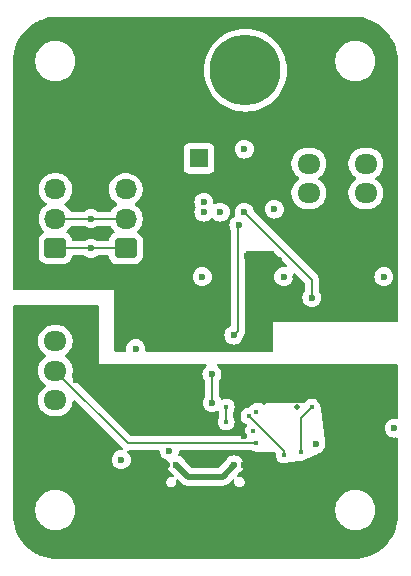
<source format=gbr>
%TF.GenerationSoftware,KiCad,Pcbnew,8.0.9-8.0.9-0~ubuntu22.04.1*%
%TF.CreationDate,2025-08-01T23:19:18+09:00*%
%TF.ProjectId,USB2DXL,55534232-4458-44c2-9e6b-696361645f70,rev?*%
%TF.SameCoordinates,Original*%
%TF.FileFunction,Copper,L4,Bot*%
%TF.FilePolarity,Positive*%
%FSLAX46Y46*%
G04 Gerber Fmt 4.6, Leading zero omitted, Abs format (unit mm)*
G04 Created by KiCad (PCBNEW 8.0.9-8.0.9-0~ubuntu22.04.1) date 2025-08-01 23:19:18*
%MOMM*%
%LPD*%
G01*
G04 APERTURE LIST*
G04 Aperture macros list*
%AMRoundRect*
0 Rectangle with rounded corners*
0 $1 Rounding radius*
0 $2 $3 $4 $5 $6 $7 $8 $9 X,Y pos of 4 corners*
0 Add a 4 corners polygon primitive as box body*
4,1,4,$2,$3,$4,$5,$6,$7,$8,$9,$2,$3,0*
0 Add four circle primitives for the rounded corners*
1,1,$1+$1,$2,$3*
1,1,$1+$1,$4,$5*
1,1,$1+$1,$6,$7*
1,1,$1+$1,$8,$9*
0 Add four rect primitives between the rounded corners*
20,1,$1+$1,$2,$3,$4,$5,0*
20,1,$1+$1,$4,$5,$6,$7,0*
20,1,$1+$1,$6,$7,$8,$9,0*
20,1,$1+$1,$8,$9,$2,$3,0*%
G04 Aperture macros list end*
%TA.AperFunction,ComponentPad*%
%ADD10RoundRect,0.250000X0.675000X-0.600000X0.675000X0.600000X-0.675000X0.600000X-0.675000X-0.600000X0*%
%TD*%
%TA.AperFunction,ComponentPad*%
%ADD11O,1.850000X1.700000*%
%TD*%
%TA.AperFunction,ComponentPad*%
%ADD12RoundRect,0.250000X0.725000X-0.600000X0.725000X0.600000X-0.725000X0.600000X-0.725000X-0.600000X0*%
%TD*%
%TA.AperFunction,ComponentPad*%
%ADD13O,1.950000X1.700000*%
%TD*%
%TA.AperFunction,HeatsinkPad*%
%ADD14O,1.000000X2.100000*%
%TD*%
%TA.AperFunction,HeatsinkPad*%
%ADD15O,1.000000X1.600000*%
%TD*%
%TA.AperFunction,ComponentPad*%
%ADD16R,1.600000X1.600000*%
%TD*%
%TA.AperFunction,ComponentPad*%
%ADD17C,1.600000*%
%TD*%
%TA.AperFunction,ComponentPad*%
%ADD18RoundRect,1.500000X-1.500000X-1.500000X1.500000X-1.500000X1.500000X1.500000X-1.500000X1.500000X0*%
%TD*%
%TA.AperFunction,ComponentPad*%
%ADD19C,6.000000*%
%TD*%
%TA.AperFunction,ViaPad*%
%ADD20C,0.500000*%
%TD*%
%TA.AperFunction,ViaPad*%
%ADD21C,0.600000*%
%TD*%
%TA.AperFunction,ViaPad*%
%ADD22C,0.400000*%
%TD*%
%TA.AperFunction,Conductor*%
%ADD23C,0.200000*%
%TD*%
%TA.AperFunction,Conductor*%
%ADD24C,0.500000*%
%TD*%
G04 APERTURE END LIST*
D10*
%TO.P,J7,1,Pin_1*%
%TO.N,/DATA-*%
X108839000Y-79856000D03*
D11*
%TO.P,J7,2,Pin_2*%
%TO.N,/DATA+*%
X108839000Y-77356000D03*
%TO.P,J7,3,Pin_3*%
%TO.N,+12V*%
X108839000Y-74856000D03*
%TO.P,J7,4,Pin_4*%
%TO.N,GNDPWR*%
X108839000Y-72356000D03*
%TD*%
D12*
%TO.P,J4,1,Pin_1*%
%TO.N,GND*%
X102870000Y-95209000D03*
D13*
%TO.P,J4,2,Pin_2*%
%TO.N,+5V*%
X102870000Y-92709000D03*
%TO.P,J4,3,Pin_3*%
%TO.N,/TX_pin*%
X102870000Y-90209000D03*
%TO.P,J4,4,Pin_4*%
%TO.N,/RXD*%
X102870000Y-87709000D03*
%TD*%
D14*
%TO.P,J2,S1,SHIELD*%
%TO.N,GND*%
X111250000Y-99105000D03*
D15*
X111250000Y-103285000D03*
D14*
X119890000Y-99105000D03*
D15*
X119890000Y-103285000D03*
%TD*%
D13*
%TO.P,J3,3,Pin_3*%
%TO.N,/DATA*%
X124333000Y-72683000D03*
%TO.P,J3,2,Pin_2*%
%TO.N,+12V*%
X124333000Y-75183000D03*
D12*
%TO.P,J3,1,Pin_1*%
%TO.N,GNDPWR*%
X124333000Y-77683000D03*
%TD*%
D16*
%TO.P,C10,1*%
%TO.N,+12V*%
X115030000Y-72222000D03*
D17*
%TO.P,C10,2*%
%TO.N,GNDPWR*%
X113030000Y-72222000D03*
%TD*%
D10*
%TO.P,J6,1,Pin_1*%
%TO.N,/DATA-*%
X102870000Y-79849000D03*
D11*
%TO.P,J6,2,Pin_2*%
%TO.N,/DATA+*%
X102870000Y-77349000D03*
%TO.P,J6,3,Pin_3*%
%TO.N,+12V*%
X102870000Y-74849000D03*
%TO.P,J6,4,Pin_4*%
%TO.N,GNDPWR*%
X102870000Y-72349000D03*
%TD*%
D18*
%TO.P,J1,1,Pin_1*%
%TO.N,GNDPWR*%
X111760000Y-64770000D03*
D19*
%TO.P,J1,2,Pin_2*%
%TO.N,+12V*%
X118960000Y-64770000D03*
%TD*%
D12*
%TO.P,J5,1,Pin_1*%
%TO.N,GNDPWR*%
X129159000Y-77683000D03*
D13*
%TO.P,J5,2,Pin_2*%
%TO.N,+12V*%
X129159000Y-75183000D03*
%TO.P,J5,3,Pin_3*%
%TO.N,/DATA*%
X129159000Y-72683000D03*
%TD*%
D20*
%TO.N,GNDPWR*%
X123162000Y-82255000D03*
%TO.N,GND*%
X123317000Y-93304000D03*
X120523000Y-92824000D03*
D21*
%TO.N,+5VP*%
X118868000Y-71460000D03*
%TO.N,GNDPWR*%
X118999000Y-73873000D03*
%TO.N,+5VP*%
X121412000Y-76540000D03*
X116840000Y-76792000D03*
X122202000Y-82255000D03*
X130685000Y-82255000D03*
%TO.N,GNDPWR*%
X128016000Y-80985000D03*
X122301000Y-74635000D03*
X117348000Y-75651000D03*
X107823000Y-61046000D03*
X123190000Y-61300000D03*
X131064000Y-69174000D03*
X122809000Y-69047000D03*
X117348000Y-69047000D03*
X110744000Y-69047000D03*
X105283000Y-68793000D03*
X99949000Y-68793000D03*
X104775000Y-78572000D03*
X99949000Y-82763000D03*
X107061000Y-82890000D03*
X109728000Y-83017000D03*
X125755400Y-81569200D03*
X121793000Y-80858000D03*
X119126000Y-80477000D03*
X120904000Y-88224000D03*
X131572000Y-85684000D03*
X108077000Y-88224000D03*
%TO.N,GND*%
X115824000Y-95336000D03*
X118872000Y-95717000D03*
X131318000Y-101178000D03*
X115697000Y-101432000D03*
X125476000Y-101305000D03*
X125603000Y-105877000D03*
X115697000Y-105877000D03*
X131318000Y-96479000D03*
X126746000Y-95336000D03*
X125095000Y-90510000D03*
X131191000Y-91526000D03*
X106934000Y-90129000D03*
%TO.N,+5VP*%
X109672000Y-88351000D03*
%TO.N,Net-(U4-RO)*%
X117983000Y-87208000D03*
X118411000Y-77876000D03*
%TO.N,/TX*%
X118872000Y-76794000D03*
X124587000Y-84024000D03*
%TO.N,GND*%
X111125000Y-92542000D03*
X113030000Y-95336000D03*
X104648000Y-91018000D03*
X106934000Y-97495000D03*
X106934000Y-105877000D03*
X99949000Y-97368000D03*
X100076000Y-85557000D03*
X105410000Y-85557000D03*
X105410000Y-88097000D03*
X111252000Y-90256000D03*
X117475000Y-90383000D03*
%TO.N,+5V*%
X131572000Y-95082000D03*
X124921000Y-96418000D03*
D22*
X119888000Y-93685000D03*
X119634000Y-95336000D03*
%TO.N,/TX_pin*%
X119888000Y-96352000D03*
%TO.N,/TX_usb*%
X122221000Y-97368000D03*
%TO.N,/TXD*%
X124587000Y-93304000D03*
X123698000Y-97114000D03*
%TO.N,+5V*%
X117348000Y-94574000D03*
X117348000Y-93280000D03*
D21*
%TO.N,/TXNOW*%
X116138205Y-92922553D03*
X116128500Y-90494000D03*
%TO.N,+5V*%
X112522000Y-96987000D03*
X108458000Y-97749000D03*
%TO.N,/DATA-*%
X105918000Y-79849000D03*
%TO.N,/DATA+*%
X105918000Y-77349000D03*
%TO.N,GNDPWR*%
X113538000Y-82255000D03*
X115273500Y-79207000D03*
%TO.N,+5VP*%
X115316000Y-82255000D03*
%TO.N,GNDPWR*%
X112776000Y-75905000D03*
%TO.N,+12V*%
X115443000Y-76794000D03*
X115443000Y-75946000D03*
%TO.N,GND*%
X118820000Y-98190000D03*
X112320000Y-98190000D03*
%TO.N,+5V*%
X113120000Y-98190000D03*
X118020000Y-98190000D03*
D22*
%TO.N,/TX_usb*%
X119253000Y-94066000D03*
%TD*%
D23*
%TO.N,Net-(U4-RO)*%
X117983000Y-87208000D02*
X118364000Y-86827000D01*
X118364000Y-86827000D02*
X118364000Y-77923000D01*
X118364000Y-77923000D02*
X118411000Y-77876000D01*
%TO.N,/TX*%
X124587000Y-82509000D02*
X118872000Y-76794000D01*
X124587000Y-84024000D02*
X124587000Y-82509000D01*
%TO.N,/TX_pin*%
X119888000Y-96352000D02*
X109013000Y-96352000D01*
X109013000Y-96352000D02*
X102870000Y-90209000D01*
%TO.N,/TX_usb*%
X119253000Y-94066000D02*
X122221000Y-97034000D01*
X122221000Y-97034000D02*
X122221000Y-97368000D01*
%TO.N,/TXD*%
X123698000Y-94193000D02*
X124587000Y-93304000D01*
X123698000Y-97114000D02*
X123698000Y-94193000D01*
%TO.N,+5V*%
X117348000Y-93280000D02*
X117348000Y-94574000D01*
%TO.N,/TXNOW*%
X116138205Y-92922553D02*
X116138205Y-90503705D01*
X116138205Y-90503705D02*
X116128500Y-90494000D01*
%TO.N,/DATA-*%
X105918000Y-79849000D02*
X108832000Y-79849000D01*
%TO.N,/DATA+*%
X105918000Y-77349000D02*
X108832000Y-77349000D01*
%TO.N,/DATA-*%
X102870000Y-79849000D02*
X105918000Y-79849000D01*
X108832000Y-79849000D02*
X108839000Y-79856000D01*
%TO.N,/DATA+*%
X102870000Y-77349000D02*
X105918000Y-77349000D01*
X108832000Y-77349000D02*
X108839000Y-77356000D01*
D24*
%TO.N,+5V*%
X117023000Y-99187000D02*
X118020000Y-98190000D01*
X114117000Y-99187000D02*
X117023000Y-99187000D01*
X113120000Y-98190000D02*
X114117000Y-99187000D01*
%TD*%
%TA.AperFunction,Conductor*%
%TO.N,GND*%
G36*
X106496039Y-84687685D02*
G01*
X106541794Y-84740489D01*
X106553000Y-84792000D01*
X106553000Y-89621000D01*
X115582850Y-89621000D01*
X115649889Y-89640685D01*
X115695644Y-89693489D01*
X115705588Y-89762647D01*
X115676563Y-89826203D01*
X115648824Y-89849992D01*
X115639016Y-89856154D01*
X115626237Y-89864184D01*
X115498684Y-89991737D01*
X115402711Y-90144476D01*
X115343131Y-90314745D01*
X115343130Y-90314750D01*
X115322935Y-90493996D01*
X115322935Y-90494003D01*
X115343130Y-90673249D01*
X115343131Y-90673254D01*
X115402711Y-90843523D01*
X115498684Y-90996262D01*
X115501386Y-90998964D01*
X115502573Y-91001139D01*
X115503025Y-91001705D01*
X115502925Y-91001784D01*
X115534871Y-91060287D01*
X115537705Y-91086645D01*
X115537705Y-92340140D01*
X115518020Y-92407179D01*
X115510655Y-92417449D01*
X115508391Y-92420287D01*
X115412416Y-92573029D01*
X115352836Y-92743298D01*
X115352835Y-92743303D01*
X115332640Y-92922549D01*
X115332640Y-92922556D01*
X115352835Y-93101802D01*
X115352836Y-93101807D01*
X115412416Y-93272076D01*
X115437465Y-93311941D01*
X115508389Y-93424815D01*
X115635943Y-93552369D01*
X115788683Y-93648342D01*
X115958950Y-93707921D01*
X115958955Y-93707922D01*
X116138201Y-93728118D01*
X116138205Y-93728118D01*
X116138209Y-93728118D01*
X116317454Y-93707922D01*
X116317457Y-93707921D01*
X116317460Y-93707921D01*
X116487727Y-93648342D01*
X116557528Y-93604482D01*
X116624764Y-93585483D01*
X116691600Y-93605851D01*
X116736814Y-93659118D01*
X116747500Y-93709477D01*
X116747500Y-94172199D01*
X116727815Y-94239238D01*
X116725551Y-94242638D01*
X116723182Y-94246069D01*
X116662860Y-94405125D01*
X116662859Y-94405130D01*
X116642355Y-94574000D01*
X116662859Y-94742869D01*
X116662860Y-94742874D01*
X116723182Y-94901931D01*
X116785475Y-94992177D01*
X116819817Y-95041929D01*
X116925505Y-95135560D01*
X116947150Y-95154736D01*
X117097773Y-95233789D01*
X117097775Y-95233790D01*
X117262944Y-95274500D01*
X117433056Y-95274500D01*
X117598225Y-95233790D01*
X117725234Y-95167130D01*
X117748849Y-95154736D01*
X117748850Y-95154734D01*
X117748852Y-95154734D01*
X117876183Y-95041929D01*
X117972818Y-94901930D01*
X118033140Y-94742872D01*
X118053645Y-94574000D01*
X118033140Y-94405128D01*
X117972818Y-94246070D01*
X117970448Y-94242637D01*
X117969489Y-94239727D01*
X117969331Y-94239426D01*
X117969381Y-94239399D01*
X117948567Y-94176283D01*
X117948500Y-94172199D01*
X117948500Y-93681800D01*
X117968185Y-93614761D01*
X117970429Y-93611389D01*
X117972818Y-93607930D01*
X118033140Y-93448872D01*
X118053645Y-93280000D01*
X118033140Y-93111128D01*
X118030536Y-93104263D01*
X118011231Y-93053358D01*
X117972818Y-92952070D01*
X117876183Y-92812071D01*
X117748852Y-92699266D01*
X117748849Y-92699263D01*
X117598226Y-92620210D01*
X117433056Y-92579500D01*
X117262944Y-92579500D01*
X117097774Y-92620209D01*
X117041428Y-92649783D01*
X116972920Y-92663508D01*
X116907867Y-92638015D01*
X116866923Y-92581399D01*
X116866831Y-92581141D01*
X116863994Y-92573031D01*
X116862938Y-92571351D01*
X116768018Y-92420287D01*
X116765755Y-92417449D01*
X116764864Y-92415268D01*
X116764316Y-92414395D01*
X116764469Y-92414298D01*
X116739349Y-92352762D01*
X116738705Y-92340140D01*
X116738705Y-91063196D01*
X116757711Y-90997224D01*
X116758314Y-90996263D01*
X116758316Y-90996262D01*
X116854289Y-90843522D01*
X116913868Y-90673255D01*
X116930545Y-90525243D01*
X116934065Y-90494003D01*
X116934065Y-90493996D01*
X116913869Y-90314750D01*
X116913868Y-90314745D01*
X116854288Y-90144476D01*
X116758315Y-89991737D01*
X116630762Y-89864184D01*
X116608177Y-89849992D01*
X116561887Y-89797660D01*
X116551238Y-89728606D01*
X116579613Y-89664758D01*
X116638003Y-89626386D01*
X116674150Y-89621000D01*
X131755500Y-89621000D01*
X131822539Y-89640685D01*
X131868294Y-89693489D01*
X131879500Y-89745000D01*
X131879500Y-94172325D01*
X131859815Y-94239364D01*
X131807011Y-94285119D01*
X131741617Y-94295545D01*
X131572004Y-94276435D01*
X131571996Y-94276435D01*
X131392750Y-94296630D01*
X131392745Y-94296631D01*
X131222476Y-94356211D01*
X131069737Y-94452184D01*
X130942184Y-94579737D01*
X130846211Y-94732476D01*
X130786631Y-94902745D01*
X130786630Y-94902750D01*
X130766435Y-95081996D01*
X130766435Y-95082003D01*
X130786630Y-95261249D01*
X130786631Y-95261254D01*
X130846211Y-95431523D01*
X130892298Y-95504869D01*
X130942184Y-95584262D01*
X131069738Y-95711816D01*
X131222478Y-95807789D01*
X131264500Y-95822493D01*
X131392745Y-95867368D01*
X131392750Y-95867369D01*
X131571996Y-95887565D01*
X131572000Y-95887565D01*
X131572003Y-95887565D01*
X131741616Y-95868454D01*
X131810438Y-95880508D01*
X131861818Y-95927857D01*
X131879500Y-95991674D01*
X131879500Y-102381947D01*
X131879351Y-102388032D01*
X131861502Y-102751335D01*
X131860309Y-102763444D01*
X131807388Y-103120217D01*
X131805014Y-103132153D01*
X131717373Y-103482035D01*
X131713840Y-103493680D01*
X131592335Y-103833262D01*
X131587679Y-103844504D01*
X131433462Y-104170570D01*
X131427725Y-104181302D01*
X131242303Y-104490659D01*
X131235543Y-104500777D01*
X131020678Y-104790488D01*
X131012958Y-104799894D01*
X130770743Y-105067138D01*
X130762138Y-105075743D01*
X130494894Y-105317958D01*
X130485488Y-105325678D01*
X130195777Y-105540543D01*
X130185659Y-105547303D01*
X129876302Y-105732725D01*
X129865570Y-105738462D01*
X129539504Y-105892679D01*
X129528262Y-105897335D01*
X129188680Y-106018840D01*
X129177035Y-106022373D01*
X128827153Y-106110014D01*
X128815217Y-106112388D01*
X128458444Y-106165309D01*
X128446335Y-106166502D01*
X128083033Y-106184351D01*
X128076948Y-106184500D01*
X103063052Y-106184500D01*
X103056967Y-106184351D01*
X102693664Y-106166502D01*
X102681555Y-106165309D01*
X102324782Y-106112388D01*
X102312846Y-106110014D01*
X101962964Y-106022373D01*
X101951323Y-106018841D01*
X101611734Y-105897334D01*
X101600495Y-105892679D01*
X101274429Y-105738462D01*
X101263702Y-105732727D01*
X100954340Y-105547303D01*
X100944222Y-105540543D01*
X100654511Y-105325678D01*
X100645105Y-105317958D01*
X100602479Y-105279324D01*
X100377853Y-105075735D01*
X100369264Y-105067146D01*
X100127041Y-104799894D01*
X100119321Y-104790488D01*
X99904456Y-104500777D01*
X99897696Y-104490659D01*
X99712267Y-104181290D01*
X99706543Y-104170582D01*
X99552317Y-103844497D01*
X99547669Y-103833275D01*
X99426154Y-103493663D01*
X99422629Y-103482046D01*
X99334982Y-103132140D01*
X99332613Y-103120230D01*
X99279689Y-102763440D01*
X99278497Y-102751334D01*
X99260649Y-102388031D01*
X99260500Y-102381947D01*
X99260500Y-101903549D01*
X101169500Y-101903549D01*
X101169500Y-102126450D01*
X101169501Y-102126466D01*
X101198594Y-102347452D01*
X101198595Y-102347457D01*
X101198596Y-102347463D01*
X101256290Y-102562780D01*
X101256293Y-102562790D01*
X101263091Y-102579201D01*
X101341595Y-102768726D01*
X101453052Y-102961774D01*
X101453057Y-102961780D01*
X101453058Y-102961782D01*
X101588751Y-103138622D01*
X101588757Y-103138629D01*
X101746370Y-103296242D01*
X101746377Y-103296248D01*
X101872294Y-103392867D01*
X101923226Y-103431948D01*
X102116274Y-103543405D01*
X102322219Y-103628710D01*
X102537537Y-103686404D01*
X102758543Y-103715500D01*
X102758550Y-103715500D01*
X102981450Y-103715500D01*
X102981457Y-103715500D01*
X103202463Y-103686404D01*
X103417781Y-103628710D01*
X103623726Y-103543405D01*
X103816774Y-103431948D01*
X103993624Y-103296247D01*
X104151247Y-103138624D01*
X104286948Y-102961774D01*
X104398405Y-102768726D01*
X104483710Y-102562781D01*
X104541404Y-102347463D01*
X104570500Y-102126457D01*
X104570500Y-101903549D01*
X126569500Y-101903549D01*
X126569500Y-102126450D01*
X126569501Y-102126466D01*
X126598594Y-102347452D01*
X126598595Y-102347457D01*
X126598596Y-102347463D01*
X126656290Y-102562780D01*
X126656293Y-102562790D01*
X126663091Y-102579201D01*
X126741595Y-102768726D01*
X126853052Y-102961774D01*
X126853057Y-102961780D01*
X126853058Y-102961782D01*
X126988751Y-103138622D01*
X126988757Y-103138629D01*
X127146370Y-103296242D01*
X127146377Y-103296248D01*
X127272294Y-103392867D01*
X127323226Y-103431948D01*
X127516274Y-103543405D01*
X127722219Y-103628710D01*
X127937537Y-103686404D01*
X128158543Y-103715500D01*
X128158550Y-103715500D01*
X128381450Y-103715500D01*
X128381457Y-103715500D01*
X128602463Y-103686404D01*
X128817781Y-103628710D01*
X129023726Y-103543405D01*
X129216774Y-103431948D01*
X129393624Y-103296247D01*
X129551247Y-103138624D01*
X129686948Y-102961774D01*
X129798405Y-102768726D01*
X129883710Y-102562781D01*
X129941404Y-102347463D01*
X129970500Y-102126457D01*
X129970500Y-101903543D01*
X129941404Y-101682537D01*
X129883710Y-101467219D01*
X129798405Y-101261274D01*
X129686948Y-101068226D01*
X129551247Y-100891376D01*
X129551242Y-100891370D01*
X129393629Y-100733757D01*
X129393622Y-100733751D01*
X129216782Y-100598058D01*
X129216780Y-100598057D01*
X129216774Y-100598052D01*
X129023726Y-100486595D01*
X129023722Y-100486593D01*
X128817790Y-100401293D01*
X128817783Y-100401291D01*
X128817781Y-100401290D01*
X128602463Y-100343596D01*
X128602457Y-100343595D01*
X128602452Y-100343594D01*
X128381466Y-100314501D01*
X128381463Y-100314500D01*
X128381457Y-100314500D01*
X128158543Y-100314500D01*
X128158537Y-100314500D01*
X128158533Y-100314501D01*
X127937547Y-100343594D01*
X127937540Y-100343595D01*
X127937537Y-100343596D01*
X127722219Y-100401290D01*
X127722209Y-100401293D01*
X127516277Y-100486593D01*
X127516273Y-100486595D01*
X127323226Y-100598052D01*
X127323217Y-100598058D01*
X127146377Y-100733751D01*
X127146370Y-100733757D01*
X126988757Y-100891370D01*
X126988751Y-100891377D01*
X126853058Y-101068217D01*
X126853052Y-101068226D01*
X126741595Y-101261273D01*
X126741593Y-101261277D01*
X126656293Y-101467209D01*
X126656290Y-101467219D01*
X126598597Y-101682534D01*
X126598594Y-101682547D01*
X126569501Y-101903533D01*
X126569500Y-101903549D01*
X104570500Y-101903549D01*
X104570500Y-101903543D01*
X104541404Y-101682537D01*
X104483710Y-101467219D01*
X104398405Y-101261274D01*
X104286948Y-101068226D01*
X104151247Y-100891376D01*
X104151242Y-100891370D01*
X103993629Y-100733757D01*
X103993622Y-100733751D01*
X103816782Y-100598058D01*
X103816780Y-100598057D01*
X103816774Y-100598052D01*
X103623726Y-100486595D01*
X103623722Y-100486593D01*
X103417790Y-100401293D01*
X103417783Y-100401291D01*
X103417781Y-100401290D01*
X103202463Y-100343596D01*
X103202457Y-100343595D01*
X103202452Y-100343594D01*
X102981466Y-100314501D01*
X102981463Y-100314500D01*
X102981457Y-100314500D01*
X102758543Y-100314500D01*
X102758537Y-100314500D01*
X102758533Y-100314501D01*
X102537547Y-100343594D01*
X102537540Y-100343595D01*
X102537537Y-100343596D01*
X102322219Y-100401290D01*
X102322209Y-100401293D01*
X102116277Y-100486593D01*
X102116273Y-100486595D01*
X101923226Y-100598052D01*
X101923217Y-100598058D01*
X101746377Y-100733751D01*
X101746370Y-100733757D01*
X101588757Y-100891370D01*
X101588751Y-100891377D01*
X101453058Y-101068217D01*
X101453052Y-101068226D01*
X101341595Y-101261273D01*
X101341593Y-101261277D01*
X101256293Y-101467209D01*
X101256290Y-101467219D01*
X101198597Y-101682534D01*
X101198594Y-101682547D01*
X101169501Y-101903533D01*
X101169500Y-101903549D01*
X99260500Y-101903549D01*
X99260500Y-87602713D01*
X101394500Y-87602713D01*
X101394500Y-87815287D01*
X101427754Y-88025243D01*
X101492334Y-88224000D01*
X101493444Y-88227414D01*
X101589951Y-88416820D01*
X101714890Y-88588786D01*
X101865209Y-88739105D01*
X101865214Y-88739109D01*
X102029793Y-88858682D01*
X102072459Y-88914011D01*
X102078438Y-88983625D01*
X102045833Y-89045420D01*
X102029793Y-89059318D01*
X101865214Y-89178890D01*
X101865209Y-89178894D01*
X101714890Y-89329213D01*
X101589951Y-89501179D01*
X101493444Y-89690585D01*
X101427753Y-89892760D01*
X101394500Y-90102713D01*
X101394500Y-90315286D01*
X101422805Y-90494000D01*
X101427754Y-90525243D01*
X101475846Y-90673255D01*
X101493444Y-90727414D01*
X101589951Y-90916820D01*
X101714890Y-91088786D01*
X101865209Y-91239105D01*
X101865214Y-91239109D01*
X102029793Y-91358682D01*
X102072459Y-91414011D01*
X102078438Y-91483625D01*
X102045833Y-91545420D01*
X102029793Y-91559318D01*
X101865214Y-91678890D01*
X101865209Y-91678894D01*
X101714890Y-91829213D01*
X101589951Y-92001179D01*
X101493444Y-92190585D01*
X101427753Y-92392760D01*
X101394500Y-92602713D01*
X101394500Y-92815286D01*
X101427748Y-93025210D01*
X101427754Y-93025243D01*
X101463459Y-93135132D01*
X101493444Y-93227414D01*
X101589951Y-93416820D01*
X101714890Y-93588786D01*
X101865213Y-93739109D01*
X102037179Y-93864048D01*
X102037181Y-93864049D01*
X102037184Y-93864051D01*
X102226588Y-93960557D01*
X102428757Y-94026246D01*
X102638713Y-94059500D01*
X102638714Y-94059500D01*
X103101286Y-94059500D01*
X103101287Y-94059500D01*
X103311243Y-94026246D01*
X103513412Y-93960557D01*
X103702816Y-93864051D01*
X103724789Y-93848086D01*
X103874786Y-93739109D01*
X103874788Y-93739106D01*
X103874792Y-93739104D01*
X104025104Y-93588792D01*
X104025106Y-93588788D01*
X104025109Y-93588786D01*
X104150048Y-93416820D01*
X104150047Y-93416820D01*
X104150051Y-93416816D01*
X104246557Y-93227412D01*
X104312246Y-93025243D01*
X104345500Y-92815287D01*
X104345500Y-92815281D01*
X104345925Y-92812598D01*
X104375854Y-92749463D01*
X104435165Y-92712531D01*
X104505028Y-92713529D01*
X104556079Y-92744314D01*
X108528139Y-96716374D01*
X108528160Y-96716397D01*
X108543517Y-96731754D01*
X108577002Y-96793077D01*
X108572018Y-96862769D01*
X108530146Y-96918702D01*
X108464682Y-96943119D01*
X108458998Y-96943322D01*
X108278750Y-96963630D01*
X108278745Y-96963631D01*
X108108476Y-97023211D01*
X107955737Y-97119184D01*
X107828184Y-97246737D01*
X107732211Y-97399476D01*
X107672631Y-97569745D01*
X107672630Y-97569750D01*
X107652435Y-97748996D01*
X107652435Y-97749003D01*
X107672630Y-97928249D01*
X107672631Y-97928254D01*
X107732211Y-98098523D01*
X107789688Y-98189996D01*
X107828184Y-98251262D01*
X107955738Y-98378816D01*
X108108478Y-98474789D01*
X108278745Y-98534368D01*
X108278750Y-98534369D01*
X108457996Y-98554565D01*
X108458000Y-98554565D01*
X108458004Y-98554565D01*
X108637249Y-98534369D01*
X108637252Y-98534368D01*
X108637255Y-98534368D01*
X108807522Y-98474789D01*
X108960262Y-98378816D01*
X109087816Y-98251262D01*
X109183789Y-98098522D01*
X109243368Y-97928255D01*
X109252651Y-97845869D01*
X109263565Y-97749003D01*
X109263565Y-97748996D01*
X109243369Y-97569750D01*
X109243368Y-97569745D01*
X109185592Y-97404631D01*
X109183789Y-97399478D01*
X109164009Y-97367999D01*
X109131612Y-97316439D01*
X109087816Y-97246738D01*
X109005260Y-97164182D01*
X108971775Y-97102859D01*
X108976759Y-97033167D01*
X109018631Y-96977234D01*
X109084095Y-96952817D01*
X109092941Y-96952501D01*
X109099653Y-96952501D01*
X109099669Y-96952500D01*
X111601734Y-96952500D01*
X111668773Y-96972185D01*
X111714528Y-97024989D01*
X111724954Y-97062616D01*
X111736630Y-97166250D01*
X111736631Y-97166254D01*
X111796211Y-97336523D01*
X111839007Y-97404632D01*
X111892184Y-97489262D01*
X112019738Y-97616816D01*
X112140672Y-97692804D01*
X112172478Y-97712789D01*
X112292787Y-97754887D01*
X112349563Y-97795609D01*
X112375311Y-97860562D01*
X112368875Y-97912884D01*
X112334631Y-98010745D01*
X112334630Y-98010750D01*
X112314435Y-98189996D01*
X112314435Y-98190003D01*
X112334630Y-98369249D01*
X112334631Y-98369254D01*
X112394211Y-98539523D01*
X112403663Y-98554565D01*
X112490184Y-98692262D01*
X112617738Y-98819816D01*
X112770478Y-98915789D01*
X112770480Y-98915789D01*
X112770484Y-98915792D01*
X112776756Y-98918813D01*
X112775869Y-98920653D01*
X112811939Y-98943307D01*
X112876124Y-99007492D01*
X112909609Y-99068815D01*
X112904625Y-99138507D01*
X112862753Y-99194440D01*
X112797289Y-99218857D01*
X112756351Y-99214948D01*
X112736019Y-99209500D01*
X112736018Y-99209500D01*
X112623982Y-99209500D01*
X112515763Y-99238497D01*
X112515760Y-99238498D01*
X112418740Y-99294513D01*
X112418734Y-99294517D01*
X112339517Y-99373734D01*
X112339513Y-99373740D01*
X112283498Y-99470760D01*
X112283497Y-99470763D01*
X112254500Y-99578982D01*
X112254500Y-99691018D01*
X112283497Y-99799237D01*
X112339515Y-99896263D01*
X112418737Y-99975485D01*
X112515763Y-100031503D01*
X112623982Y-100060500D01*
X112623984Y-100060500D01*
X112736016Y-100060500D01*
X112736018Y-100060500D01*
X112844237Y-100031503D01*
X112941263Y-99975485D01*
X113020485Y-99896263D01*
X113076503Y-99799237D01*
X113105500Y-99691018D01*
X113105500Y-99578982D01*
X113100052Y-99558649D01*
X113101713Y-99488801D01*
X113140875Y-99430938D01*
X113205103Y-99403433D01*
X113274006Y-99415019D01*
X113307507Y-99438875D01*
X113638586Y-99769954D01*
X113668058Y-99789645D01*
X113712270Y-99819186D01*
X113761505Y-99852084D01*
X113761506Y-99852084D01*
X113761507Y-99852085D01*
X113761509Y-99852086D01*
X113898082Y-99908656D01*
X113898087Y-99908658D01*
X113898091Y-99908658D01*
X113898092Y-99908659D01*
X114043079Y-99937500D01*
X114043082Y-99937500D01*
X117096920Y-99937500D01*
X117194462Y-99918096D01*
X117241913Y-99908658D01*
X117378495Y-99852084D01*
X117427729Y-99819186D01*
X117427734Y-99819183D01*
X117457586Y-99799237D01*
X117501416Y-99769952D01*
X117832493Y-99438874D01*
X117893815Y-99405390D01*
X117963506Y-99410374D01*
X118019440Y-99452245D01*
X118043857Y-99517710D01*
X118039948Y-99558647D01*
X118034500Y-99578977D01*
X118034500Y-99578982D01*
X118034500Y-99691018D01*
X118063497Y-99799237D01*
X118119515Y-99896263D01*
X118198737Y-99975485D01*
X118295763Y-100031503D01*
X118403982Y-100060500D01*
X118403984Y-100060500D01*
X118516016Y-100060500D01*
X118516018Y-100060500D01*
X118624237Y-100031503D01*
X118721263Y-99975485D01*
X118800485Y-99896263D01*
X118856503Y-99799237D01*
X118885500Y-99691018D01*
X118885500Y-99578982D01*
X118856503Y-99470763D01*
X118800485Y-99373737D01*
X118721263Y-99294515D01*
X118624237Y-99238497D01*
X118516018Y-99209500D01*
X118403982Y-99209500D01*
X118383645Y-99214949D01*
X118313795Y-99213284D01*
X118255934Y-99174120D01*
X118228432Y-99109891D01*
X118240020Y-99040989D01*
X118263871Y-99007495D01*
X118328061Y-98943305D01*
X118364134Y-98920655D01*
X118363246Y-98918811D01*
X118369518Y-98915790D01*
X118369522Y-98915789D01*
X118522262Y-98819816D01*
X118649816Y-98692262D01*
X118745789Y-98539522D01*
X118805368Y-98369255D01*
X118805369Y-98369249D01*
X118825565Y-98190003D01*
X118825565Y-98189996D01*
X118805369Y-98010750D01*
X118805368Y-98010745D01*
X118783669Y-97948734D01*
X118745789Y-97840478D01*
X118742929Y-97835927D01*
X118702993Y-97772368D01*
X118649816Y-97687738D01*
X118522262Y-97560184D01*
X118369523Y-97464211D01*
X118199254Y-97404631D01*
X118199249Y-97404630D01*
X118020004Y-97384435D01*
X118019996Y-97384435D01*
X117840750Y-97404630D01*
X117840745Y-97404631D01*
X117670476Y-97464211D01*
X117517737Y-97560184D01*
X117390184Y-97687737D01*
X117294211Y-97840478D01*
X117291188Y-97846756D01*
X117289362Y-97845876D01*
X117266693Y-97881937D01*
X116748451Y-98400181D01*
X116687128Y-98433666D01*
X116660770Y-98436500D01*
X114479230Y-98436500D01*
X114412191Y-98416815D01*
X114391549Y-98400181D01*
X113873307Y-97881939D01*
X113850653Y-97845869D01*
X113848813Y-97846756D01*
X113845792Y-97840484D01*
X113845789Y-97840480D01*
X113845789Y-97840478D01*
X113749816Y-97687738D01*
X113622262Y-97560184D01*
X113469521Y-97464210D01*
X113386297Y-97435089D01*
X113349211Y-97422112D01*
X113292436Y-97381391D01*
X113266688Y-97316439D01*
X113273125Y-97264115D01*
X113275216Y-97258141D01*
X113307368Y-97166255D01*
X113307602Y-97164182D01*
X113319046Y-97062616D01*
X113346113Y-96998202D01*
X113403708Y-96958647D01*
X113442266Y-96952500D01*
X119494246Y-96952500D01*
X119551871Y-96966703D01*
X119637775Y-97011790D01*
X119800642Y-97051932D01*
X119858648Y-97084648D01*
X119888000Y-97114000D01*
X121400403Y-97114000D01*
X121467442Y-97133685D01*
X121488084Y-97150319D01*
X121493279Y-97155514D01*
X121526764Y-97216837D01*
X121528694Y-97258141D01*
X121515355Y-97367999D01*
X121535859Y-97536869D01*
X121535860Y-97536874D01*
X121596182Y-97695931D01*
X121649925Y-97773790D01*
X121692817Y-97835929D01*
X121744752Y-97881939D01*
X121820150Y-97948736D01*
X121938308Y-98010750D01*
X121970775Y-98027790D01*
X122135944Y-98068500D01*
X122306056Y-98068500D01*
X122471225Y-98027790D01*
X122561206Y-97980562D01*
X122608528Y-97966788D01*
X123698000Y-97876000D01*
X123882351Y-97792203D01*
X123903973Y-97784696D01*
X123948225Y-97773790D01*
X124098852Y-97694734D01*
X124098852Y-97694733D01*
X124105503Y-97691243D01*
X124105647Y-97691518D01*
X124112880Y-97687417D01*
X125095000Y-97241000D01*
X125130046Y-97205952D01*
X125176771Y-97176593D01*
X125270522Y-97143789D01*
X125423262Y-97047816D01*
X125550816Y-96920262D01*
X125646789Y-96767522D01*
X125679592Y-96673773D01*
X125708955Y-96627044D01*
X125730000Y-96606000D01*
X125719163Y-96512094D01*
X125719127Y-96484007D01*
X125726565Y-96418000D01*
X125706368Y-96238745D01*
X125682959Y-96171848D01*
X125676820Y-96145120D01*
X125362017Y-93416816D01*
X125349000Y-93303999D01*
X125315114Y-93270114D01*
X125281628Y-93208791D01*
X125279698Y-93197377D01*
X125272140Y-93135132D01*
X125272140Y-93135128D01*
X125211818Y-92976070D01*
X125115183Y-92836071D01*
X125010464Y-92743298D01*
X124987849Y-92723263D01*
X124837226Y-92644210D01*
X124674357Y-92604067D01*
X124616352Y-92571352D01*
X124587000Y-92542000D01*
X124586999Y-92542000D01*
X124488341Y-92601195D01*
X124454220Y-92615262D01*
X124336772Y-92644210D01*
X124186150Y-92723263D01*
X124058816Y-92836071D01*
X124047149Y-92852974D01*
X124008902Y-92888857D01*
X123981454Y-92905327D01*
X123917653Y-92923000D01*
X119888000Y-92923000D01*
X119858648Y-92952352D01*
X119800642Y-92985067D01*
X119637773Y-93025210D01*
X119487150Y-93104263D01*
X119382047Y-93197377D01*
X119359817Y-93217071D01*
X119321851Y-93272075D01*
X119294333Y-93311941D01*
X119240050Y-93355931D01*
X119192283Y-93365500D01*
X119167944Y-93365500D01*
X119002773Y-93406210D01*
X118852150Y-93485263D01*
X118724816Y-93598072D01*
X118628182Y-93738068D01*
X118567860Y-93897125D01*
X118567859Y-93897130D01*
X118547355Y-94066000D01*
X118567859Y-94234869D01*
X118567860Y-94234874D01*
X118628182Y-94393931D01*
X118668392Y-94452184D01*
X118724817Y-94533929D01*
X118852148Y-94646734D01*
X118852150Y-94646735D01*
X119002775Y-94725790D01*
X119009791Y-94728451D01*
X119009093Y-94730289D01*
X119060709Y-94760333D01*
X119092506Y-94822549D01*
X119085619Y-94892078D01*
X119072715Y-94916026D01*
X119009183Y-95008068D01*
X119009182Y-95008068D01*
X118948860Y-95167125D01*
X118948859Y-95167130D01*
X118928355Y-95336000D01*
X118948859Y-95504869D01*
X118948861Y-95504877D01*
X118978690Y-95583530D01*
X118984057Y-95653193D01*
X118950909Y-95714699D01*
X118889770Y-95748520D01*
X118862748Y-95751500D01*
X109313097Y-95751500D01*
X109246058Y-95731815D01*
X109225416Y-95715181D01*
X104298102Y-90787867D01*
X104264617Y-90726544D01*
X104267851Y-90661874D01*
X104312246Y-90525243D01*
X104345500Y-90315287D01*
X104345500Y-90102713D01*
X104312246Y-89892757D01*
X104246557Y-89690588D01*
X104150051Y-89501184D01*
X104150049Y-89501181D01*
X104150048Y-89501179D01*
X104025109Y-89329213D01*
X103874792Y-89178896D01*
X103844056Y-89156565D01*
X103710204Y-89059316D01*
X103667540Y-89003989D01*
X103661561Y-88934376D01*
X103694166Y-88872580D01*
X103710199Y-88858686D01*
X103874792Y-88739104D01*
X104025104Y-88588792D01*
X104025106Y-88588788D01*
X104025109Y-88588786D01*
X104150048Y-88416820D01*
X104150047Y-88416820D01*
X104150051Y-88416816D01*
X104246557Y-88227412D01*
X104312246Y-88025243D01*
X104345500Y-87815287D01*
X104345500Y-87602713D01*
X104312246Y-87392757D01*
X104246557Y-87190588D01*
X104150051Y-87001184D01*
X104150049Y-87001181D01*
X104150048Y-87001179D01*
X104025109Y-86829213D01*
X103874786Y-86678890D01*
X103702820Y-86553951D01*
X103513414Y-86457444D01*
X103513413Y-86457443D01*
X103513412Y-86457443D01*
X103311243Y-86391754D01*
X103311241Y-86391753D01*
X103311240Y-86391753D01*
X103149957Y-86366208D01*
X103101287Y-86358500D01*
X102638713Y-86358500D01*
X102590042Y-86366208D01*
X102428760Y-86391753D01*
X102226585Y-86457444D01*
X102037179Y-86553951D01*
X101865213Y-86678890D01*
X101714890Y-86829213D01*
X101589951Y-87001179D01*
X101493444Y-87190585D01*
X101427753Y-87392760D01*
X101400373Y-87565632D01*
X101394500Y-87602713D01*
X99260500Y-87602713D01*
X99260500Y-84792000D01*
X99280185Y-84724961D01*
X99332989Y-84679206D01*
X99384500Y-84668000D01*
X106429000Y-84668000D01*
X106496039Y-84687685D01*
G37*
%TD.AperFunction*%
%TD*%
%TA.AperFunction,Conductor*%
%TO.N,GNDPWR*%
G36*
X105402627Y-77969185D02*
G01*
X105412903Y-77976555D01*
X105415736Y-77978814D01*
X105415738Y-77978816D01*
X105529270Y-78050152D01*
X105551014Y-78063816D01*
X105568478Y-78074789D01*
X105738745Y-78134368D01*
X105738750Y-78134369D01*
X105917996Y-78154565D01*
X105918000Y-78154565D01*
X105918004Y-78154565D01*
X106097249Y-78134369D01*
X106097252Y-78134368D01*
X106097255Y-78134368D01*
X106267522Y-78074789D01*
X106420262Y-77978816D01*
X106420267Y-77978810D01*
X106423097Y-77976555D01*
X106425275Y-77975665D01*
X106426158Y-77975111D01*
X106426255Y-77975265D01*
X106487783Y-77950145D01*
X106500412Y-77949500D01*
X107474715Y-77949500D01*
X107541754Y-77969185D01*
X107585200Y-78017206D01*
X107608949Y-78063817D01*
X107733890Y-78235786D01*
X107872705Y-78374601D01*
X107906190Y-78435924D01*
X107901206Y-78505616D01*
X107859334Y-78561549D01*
X107850121Y-78567821D01*
X107695342Y-78663289D01*
X107571289Y-78787342D01*
X107479187Y-78936663D01*
X107479186Y-78936666D01*
X107426321Y-79096204D01*
X107424001Y-79103204D01*
X107424000Y-79103205D01*
X107420538Y-79137102D01*
X107394142Y-79201794D01*
X107336962Y-79241945D01*
X107297180Y-79248500D01*
X106500412Y-79248500D01*
X106433373Y-79228815D01*
X106423097Y-79221445D01*
X106420263Y-79219185D01*
X106420262Y-79219184D01*
X106351553Y-79176011D01*
X106267523Y-79123211D01*
X106097254Y-79063631D01*
X106097249Y-79063630D01*
X105918004Y-79043435D01*
X105917996Y-79043435D01*
X105738750Y-79063630D01*
X105738745Y-79063631D01*
X105568476Y-79123211D01*
X105415736Y-79219185D01*
X105412903Y-79221445D01*
X105410724Y-79222334D01*
X105409842Y-79222889D01*
X105409744Y-79222734D01*
X105348217Y-79247855D01*
X105335588Y-79248500D01*
X104412535Y-79248500D01*
X104345496Y-79228815D01*
X104299741Y-79176011D01*
X104289177Y-79137102D01*
X104285714Y-79103205D01*
X104284999Y-79096203D01*
X104229814Y-78929666D01*
X104137712Y-78780344D01*
X104013656Y-78656288D01*
X103864334Y-78564186D01*
X103864333Y-78564185D01*
X103858878Y-78560821D01*
X103812154Y-78508873D01*
X103800931Y-78439910D01*
X103828775Y-78375828D01*
X103836272Y-78367623D01*
X103975104Y-78228792D01*
X104100051Y-78056816D01*
X104100849Y-78055249D01*
X104120235Y-78017205D01*
X104168209Y-77966409D01*
X104230719Y-77949500D01*
X105335588Y-77949500D01*
X105402627Y-77969185D01*
G37*
%TD.AperFunction*%
%TA.AperFunction,Conductor*%
G36*
X128083032Y-60230649D02*
G01*
X128147797Y-60233830D01*
X128446338Y-60248497D01*
X128458440Y-60249689D01*
X128815230Y-60302613D01*
X128827140Y-60304982D01*
X129177046Y-60392629D01*
X129188663Y-60396154D01*
X129528275Y-60517669D01*
X129539497Y-60522317D01*
X129865582Y-60676543D01*
X129876290Y-60682267D01*
X130064308Y-60794961D01*
X130185659Y-60867696D01*
X130195777Y-60874456D01*
X130485488Y-61089321D01*
X130494894Y-61097041D01*
X130762146Y-61339264D01*
X130770735Y-61347853D01*
X130850861Y-61436258D01*
X131012958Y-61615105D01*
X131020678Y-61624511D01*
X131235543Y-61914222D01*
X131242303Y-61924340D01*
X131386577Y-62165047D01*
X131427725Y-62233697D01*
X131433460Y-62244425D01*
X131477054Y-62336597D01*
X131587679Y-62570495D01*
X131592334Y-62581734D01*
X131700621Y-62884376D01*
X131713840Y-62921319D01*
X131717373Y-62932964D01*
X131805014Y-63282846D01*
X131807388Y-63294782D01*
X131860309Y-63651555D01*
X131861502Y-63663664D01*
X131879351Y-64026967D01*
X131879500Y-64033052D01*
X131879500Y-85941000D01*
X131859815Y-86008039D01*
X131807011Y-86053794D01*
X131755500Y-86065000D01*
X121285000Y-86065000D01*
X121285000Y-88481000D01*
X121265315Y-88548039D01*
X121212511Y-88593794D01*
X121161000Y-88605000D01*
X110587702Y-88605000D01*
X110520663Y-88585315D01*
X110474908Y-88532511D01*
X110464482Y-88467116D01*
X110477565Y-88351002D01*
X110477565Y-88350996D01*
X110457369Y-88171750D01*
X110457368Y-88171745D01*
X110397789Y-88001478D01*
X110301816Y-87848738D01*
X110174262Y-87721184D01*
X110156880Y-87710262D01*
X110021523Y-87625211D01*
X109851254Y-87565631D01*
X109851249Y-87565630D01*
X109672004Y-87545435D01*
X109671996Y-87545435D01*
X109492750Y-87565630D01*
X109492745Y-87565631D01*
X109322476Y-87625211D01*
X109169737Y-87721184D01*
X109042184Y-87848737D01*
X108946211Y-88001476D01*
X108886631Y-88171745D01*
X108886630Y-88171750D01*
X108866435Y-88350996D01*
X108866435Y-88351002D01*
X108879518Y-88467116D01*
X108867464Y-88535938D01*
X108820115Y-88587318D01*
X108756298Y-88605000D01*
X107947000Y-88605000D01*
X107879961Y-88585315D01*
X107834206Y-88532511D01*
X107823000Y-88481000D01*
X107823000Y-87207996D01*
X117177435Y-87207996D01*
X117177435Y-87208003D01*
X117197630Y-87387249D01*
X117197631Y-87387254D01*
X117257211Y-87557523D01*
X117280595Y-87594738D01*
X117353184Y-87710262D01*
X117480738Y-87837816D01*
X117633478Y-87933789D01*
X117803745Y-87993368D01*
X117803750Y-87993369D01*
X117982996Y-88013565D01*
X117983000Y-88013565D01*
X117983004Y-88013565D01*
X118162249Y-87993369D01*
X118162252Y-87993368D01*
X118162255Y-87993368D01*
X118332522Y-87933789D01*
X118485262Y-87837816D01*
X118612816Y-87710262D01*
X118708789Y-87557522D01*
X118768368Y-87387255D01*
X118778161Y-87300331D01*
X118805226Y-87235921D01*
X118813701Y-87226535D01*
X118823988Y-87216247D01*
X118844520Y-87195716D01*
X118923577Y-87058784D01*
X118964500Y-86906057D01*
X118964500Y-80220000D01*
X118984185Y-80152961D01*
X119036989Y-80107206D01*
X119088500Y-80096000D01*
X121273402Y-80096000D01*
X121340441Y-80115685D01*
X121361083Y-80132319D01*
X122488088Y-81259324D01*
X122521573Y-81320647D01*
X122516589Y-81390339D01*
X122474717Y-81446272D01*
X122409253Y-81470689D01*
X122386524Y-81470225D01*
X122202004Y-81449435D01*
X122201996Y-81449435D01*
X122022750Y-81469630D01*
X122022745Y-81469631D01*
X121852476Y-81529211D01*
X121699737Y-81625184D01*
X121572184Y-81752737D01*
X121476211Y-81905476D01*
X121416631Y-82075745D01*
X121416630Y-82075750D01*
X121396435Y-82254996D01*
X121396435Y-82255003D01*
X121416630Y-82434249D01*
X121416631Y-82434254D01*
X121476211Y-82604523D01*
X121549660Y-82721416D01*
X121572184Y-82757262D01*
X121699738Y-82884816D01*
X121852478Y-82980789D01*
X122022745Y-83040368D01*
X122022750Y-83040369D01*
X122201996Y-83060565D01*
X122202000Y-83060565D01*
X122202004Y-83060565D01*
X122381249Y-83040369D01*
X122381252Y-83040368D01*
X122381255Y-83040368D01*
X122551522Y-82980789D01*
X122704262Y-82884816D01*
X122831816Y-82757262D01*
X122927789Y-82604522D01*
X122987368Y-82434255D01*
X123007565Y-82255000D01*
X122987368Y-82075745D01*
X122987367Y-82075743D01*
X122986774Y-82070476D01*
X122998828Y-82001654D01*
X123046177Y-81950274D01*
X123113788Y-81932650D01*
X123180193Y-81954376D01*
X123197675Y-81968911D01*
X123950181Y-82721416D01*
X123983666Y-82782739D01*
X123986500Y-82809097D01*
X123986500Y-83441587D01*
X123966815Y-83508626D01*
X123959450Y-83518896D01*
X123957186Y-83521734D01*
X123861211Y-83674476D01*
X123801631Y-83844745D01*
X123801630Y-83844750D01*
X123781435Y-84023996D01*
X123781435Y-84024003D01*
X123801630Y-84203249D01*
X123801631Y-84203254D01*
X123861211Y-84373523D01*
X123957184Y-84526262D01*
X124084738Y-84653816D01*
X124237478Y-84749789D01*
X124299902Y-84771632D01*
X124407745Y-84809368D01*
X124407750Y-84809369D01*
X124586996Y-84829565D01*
X124587000Y-84829565D01*
X124587004Y-84829565D01*
X124766249Y-84809369D01*
X124766252Y-84809368D01*
X124766255Y-84809368D01*
X124936522Y-84749789D01*
X125089262Y-84653816D01*
X125216816Y-84526262D01*
X125312789Y-84373522D01*
X125372368Y-84203255D01*
X125392565Y-84024000D01*
X125372368Y-83844745D01*
X125312789Y-83674478D01*
X125216816Y-83521738D01*
X125216814Y-83521736D01*
X125216813Y-83521734D01*
X125214550Y-83518896D01*
X125213659Y-83516715D01*
X125213111Y-83515842D01*
X125213264Y-83515745D01*
X125188144Y-83454209D01*
X125187500Y-83441587D01*
X125187500Y-82598060D01*
X125187501Y-82598047D01*
X125187501Y-82429944D01*
X125146576Y-82277214D01*
X125146573Y-82277209D01*
X125133749Y-82254996D01*
X129879435Y-82254996D01*
X129879435Y-82255003D01*
X129899630Y-82434249D01*
X129899631Y-82434254D01*
X129959211Y-82604523D01*
X130032660Y-82721416D01*
X130055184Y-82757262D01*
X130182738Y-82884816D01*
X130335478Y-82980789D01*
X130505745Y-83040368D01*
X130505750Y-83040369D01*
X130684996Y-83060565D01*
X130685000Y-83060565D01*
X130685004Y-83060565D01*
X130864249Y-83040369D01*
X130864252Y-83040368D01*
X130864255Y-83040368D01*
X131034522Y-82980789D01*
X131187262Y-82884816D01*
X131314816Y-82757262D01*
X131410789Y-82604522D01*
X131470368Y-82434255D01*
X131490565Y-82255000D01*
X131477640Y-82140290D01*
X131470369Y-82075750D01*
X131470368Y-82075745D01*
X131410788Y-81905476D01*
X131314815Y-81752737D01*
X131187262Y-81625184D01*
X131034523Y-81529211D01*
X130864254Y-81469631D01*
X130864249Y-81469630D01*
X130685004Y-81449435D01*
X130684996Y-81449435D01*
X130505750Y-81469630D01*
X130505745Y-81469631D01*
X130335476Y-81529211D01*
X130182737Y-81625184D01*
X130055184Y-81752737D01*
X129959211Y-81905476D01*
X129899631Y-82075745D01*
X129899630Y-82075750D01*
X129879435Y-82254996D01*
X125133749Y-82254996D01*
X125067524Y-82140290D01*
X125067518Y-82140282D01*
X119702700Y-76775465D01*
X119669215Y-76714142D01*
X119667163Y-76701686D01*
X119657368Y-76614745D01*
X119631212Y-76539996D01*
X120606435Y-76539996D01*
X120606435Y-76540003D01*
X120626630Y-76719249D01*
X120626631Y-76719254D01*
X120686211Y-76889523D01*
X120776212Y-77032757D01*
X120782184Y-77042262D01*
X120909738Y-77169816D01*
X121000080Y-77226582D01*
X121031273Y-77246182D01*
X121062478Y-77265789D01*
X121149565Y-77296262D01*
X121232745Y-77325368D01*
X121232750Y-77325369D01*
X121411996Y-77345565D01*
X121412000Y-77345565D01*
X121412004Y-77345565D01*
X121591249Y-77325369D01*
X121591252Y-77325368D01*
X121591255Y-77325368D01*
X121761522Y-77265789D01*
X121914262Y-77169816D01*
X122041816Y-77042262D01*
X122137789Y-76889522D01*
X122197368Y-76719255D01*
X122199350Y-76701666D01*
X122217565Y-76540003D01*
X122217565Y-76539996D01*
X122197369Y-76360750D01*
X122197368Y-76360745D01*
X122173221Y-76291737D01*
X122137789Y-76190478D01*
X122121267Y-76164184D01*
X122081312Y-76100595D01*
X122041816Y-76037738D01*
X121914262Y-75910184D01*
X121761523Y-75814211D01*
X121591254Y-75754631D01*
X121591249Y-75754630D01*
X121412004Y-75734435D01*
X121411996Y-75734435D01*
X121232750Y-75754630D01*
X121232745Y-75754631D01*
X121062476Y-75814211D01*
X120909737Y-75910184D01*
X120782184Y-76037737D01*
X120686211Y-76190476D01*
X120626631Y-76360745D01*
X120626630Y-76360750D01*
X120606435Y-76539996D01*
X119631212Y-76539996D01*
X119597789Y-76444478D01*
X119501816Y-76291738D01*
X119374262Y-76164184D01*
X119342122Y-76143989D01*
X119221523Y-76068211D01*
X119051254Y-76008631D01*
X119051249Y-76008630D01*
X118872004Y-75988435D01*
X118871996Y-75988435D01*
X118692750Y-76008630D01*
X118692745Y-76008631D01*
X118522476Y-76068211D01*
X118369737Y-76164184D01*
X118242184Y-76291737D01*
X118146211Y-76444476D01*
X118086631Y-76614745D01*
X118086630Y-76614750D01*
X118066435Y-76793996D01*
X118066435Y-76794003D01*
X118086630Y-76973249D01*
X118086632Y-76973257D01*
X118100197Y-77012023D01*
X118103758Y-77081802D01*
X118069029Y-77142429D01*
X118049128Y-77157970D01*
X117908739Y-77246182D01*
X117781184Y-77373737D01*
X117685211Y-77526476D01*
X117625631Y-77696745D01*
X117625630Y-77696750D01*
X117605435Y-77875996D01*
X117605435Y-77876003D01*
X117625630Y-78055249D01*
X117625631Y-78055254D01*
X117685211Y-78225522D01*
X117744494Y-78319870D01*
X117763500Y-78385842D01*
X117763500Y-86348731D01*
X117743815Y-86415770D01*
X117691011Y-86461525D01*
X117680457Y-86465772D01*
X117633474Y-86482212D01*
X117480737Y-86578184D01*
X117353184Y-86705737D01*
X117257211Y-86858476D01*
X117197631Y-87028745D01*
X117197630Y-87028750D01*
X117177435Y-87207996D01*
X107823000Y-87207996D01*
X107823000Y-83398000D01*
X99384500Y-83398000D01*
X99317461Y-83378315D01*
X99271706Y-83325511D01*
X99260500Y-83274000D01*
X99260500Y-82254996D01*
X114510435Y-82254996D01*
X114510435Y-82255003D01*
X114530630Y-82434249D01*
X114530631Y-82434254D01*
X114590211Y-82604523D01*
X114663660Y-82721416D01*
X114686184Y-82757262D01*
X114813738Y-82884816D01*
X114966478Y-82980789D01*
X115136745Y-83040368D01*
X115136750Y-83040369D01*
X115315996Y-83060565D01*
X115316000Y-83060565D01*
X115316004Y-83060565D01*
X115495249Y-83040369D01*
X115495252Y-83040368D01*
X115495255Y-83040368D01*
X115665522Y-82980789D01*
X115818262Y-82884816D01*
X115945816Y-82757262D01*
X116041789Y-82604522D01*
X116101368Y-82434255D01*
X116121565Y-82255000D01*
X116108640Y-82140290D01*
X116101369Y-82075750D01*
X116101368Y-82075745D01*
X116041788Y-81905476D01*
X115945815Y-81752737D01*
X115818262Y-81625184D01*
X115665523Y-81529211D01*
X115495254Y-81469631D01*
X115495249Y-81469630D01*
X115316004Y-81449435D01*
X115315996Y-81449435D01*
X115136750Y-81469630D01*
X115136745Y-81469631D01*
X114966476Y-81529211D01*
X114813737Y-81625184D01*
X114686184Y-81752737D01*
X114590211Y-81905476D01*
X114530631Y-82075745D01*
X114530630Y-82075750D01*
X114510435Y-82254996D01*
X99260500Y-82254996D01*
X99260500Y-74742713D01*
X101444500Y-74742713D01*
X101444500Y-74955286D01*
X101477023Y-75160632D01*
X101477754Y-75165243D01*
X101518058Y-75289286D01*
X101543444Y-75367414D01*
X101639951Y-75556820D01*
X101764890Y-75728786D01*
X101915209Y-75879105D01*
X101915214Y-75879109D01*
X102079793Y-75998682D01*
X102122459Y-76054011D01*
X102128438Y-76123625D01*
X102095833Y-76185420D01*
X102079793Y-76199318D01*
X101915214Y-76318890D01*
X101915209Y-76318894D01*
X101764890Y-76469213D01*
X101639951Y-76641179D01*
X101543444Y-76830585D01*
X101477753Y-77032760D01*
X101444500Y-77242713D01*
X101444500Y-77455286D01*
X101467351Y-77599565D01*
X101477754Y-77665243D01*
X101487991Y-77696750D01*
X101543444Y-77867414D01*
X101639951Y-78056820D01*
X101764890Y-78228786D01*
X101903705Y-78367601D01*
X101937190Y-78428924D01*
X101932206Y-78498616D01*
X101890334Y-78554549D01*
X101881121Y-78560821D01*
X101726342Y-78656289D01*
X101602289Y-78780342D01*
X101510187Y-78929663D01*
X101510185Y-78929668D01*
X101482349Y-79013670D01*
X101455001Y-79096203D01*
X101455001Y-79096204D01*
X101455000Y-79096204D01*
X101444500Y-79198983D01*
X101444500Y-80499001D01*
X101444501Y-80499018D01*
X101455000Y-80601796D01*
X101455001Y-80601799D01*
X101510185Y-80768331D01*
X101510187Y-80768336D01*
X101514505Y-80775336D01*
X101602288Y-80917656D01*
X101726344Y-81041712D01*
X101875666Y-81133814D01*
X102042203Y-81188999D01*
X102144991Y-81199500D01*
X103595008Y-81199499D01*
X103697797Y-81188999D01*
X103864334Y-81133814D01*
X104013656Y-81041712D01*
X104137712Y-80917656D01*
X104229814Y-80768334D01*
X104284999Y-80601797D01*
X104289177Y-80560896D01*
X104315573Y-80496207D01*
X104372753Y-80456055D01*
X104412535Y-80449500D01*
X105335588Y-80449500D01*
X105402627Y-80469185D01*
X105412903Y-80476555D01*
X105415736Y-80478814D01*
X105415738Y-80478816D01*
X105529270Y-80550152D01*
X105546370Y-80560898D01*
X105568478Y-80574789D01*
X105665673Y-80608799D01*
X105738745Y-80634368D01*
X105738750Y-80634369D01*
X105917996Y-80654565D01*
X105918000Y-80654565D01*
X105918004Y-80654565D01*
X106097249Y-80634369D01*
X106097252Y-80634368D01*
X106097255Y-80634368D01*
X106267522Y-80574789D01*
X106420262Y-80478816D01*
X106420267Y-80478810D01*
X106423097Y-80476555D01*
X106425275Y-80475665D01*
X106426158Y-80475111D01*
X106426255Y-80475265D01*
X106487783Y-80450145D01*
X106500412Y-80449500D01*
X107295750Y-80449500D01*
X107362789Y-80469185D01*
X107408544Y-80521989D01*
X107419108Y-80560898D01*
X107424001Y-80608797D01*
X107424001Y-80608799D01*
X107439167Y-80654565D01*
X107479186Y-80775334D01*
X107571288Y-80924656D01*
X107695344Y-81048712D01*
X107844666Y-81140814D01*
X108011203Y-81195999D01*
X108113991Y-81206500D01*
X109564008Y-81206499D01*
X109666797Y-81195999D01*
X109833334Y-81140814D01*
X109982656Y-81048712D01*
X110106712Y-80924656D01*
X110198814Y-80775334D01*
X110253999Y-80608797D01*
X110264500Y-80506009D01*
X110264499Y-79205992D01*
X110253999Y-79103203D01*
X110198814Y-78936666D01*
X110106712Y-78787344D01*
X109982656Y-78663288D01*
X109833334Y-78571186D01*
X109833333Y-78571185D01*
X109827878Y-78567821D01*
X109781154Y-78515873D01*
X109769931Y-78446910D01*
X109797775Y-78382828D01*
X109805272Y-78374623D01*
X109944104Y-78235792D01*
X110003119Y-78154565D01*
X110069048Y-78063820D01*
X110069050Y-78063817D01*
X110069051Y-78063816D01*
X110165557Y-77874412D01*
X110231246Y-77672243D01*
X110264500Y-77462287D01*
X110264500Y-77249713D01*
X110231246Y-77039757D01*
X110165557Y-76837588D01*
X110069051Y-76648184D01*
X110069049Y-76648181D01*
X110069048Y-76648179D01*
X109944109Y-76476213D01*
X109793792Y-76325896D01*
X109784157Y-76318896D01*
X109629204Y-76206316D01*
X109586540Y-76150989D01*
X109580561Y-76081376D01*
X109613166Y-76019580D01*
X109629199Y-76005686D01*
X109711356Y-75945996D01*
X114637435Y-75945996D01*
X114637435Y-75946003D01*
X114657630Y-76125249D01*
X114657633Y-76125262D01*
X114717209Y-76295520D01*
X114722558Y-76304033D01*
X114741554Y-76371271D01*
X114722558Y-76435967D01*
X114717209Y-76444479D01*
X114657633Y-76614737D01*
X114657630Y-76614750D01*
X114637435Y-76793996D01*
X114637435Y-76794003D01*
X114657630Y-76973249D01*
X114657631Y-76973254D01*
X114717211Y-77143523D01*
X114803452Y-77280774D01*
X114813184Y-77296262D01*
X114940738Y-77423816D01*
X115093478Y-77519789D01*
X115258029Y-77577368D01*
X115263745Y-77579368D01*
X115263750Y-77579369D01*
X115442996Y-77599565D01*
X115443000Y-77599565D01*
X115443004Y-77599565D01*
X115622249Y-77579369D01*
X115622252Y-77579368D01*
X115622255Y-77579368D01*
X115792522Y-77519789D01*
X115945262Y-77423816D01*
X116054819Y-77314259D01*
X116116142Y-77280774D01*
X116185834Y-77285758D01*
X116230181Y-77314259D01*
X116337738Y-77421816D01*
X116490478Y-77517789D01*
X116515310Y-77526478D01*
X116660745Y-77577368D01*
X116660750Y-77577369D01*
X116839996Y-77597565D01*
X116840000Y-77597565D01*
X116840004Y-77597565D01*
X117019249Y-77577369D01*
X117019252Y-77577368D01*
X117019255Y-77577368D01*
X117189522Y-77517789D01*
X117342262Y-77421816D01*
X117469816Y-77294262D01*
X117565789Y-77141522D01*
X117625368Y-76971255D01*
X117640429Y-76837585D01*
X117645565Y-76792003D01*
X117645565Y-76791996D01*
X117625369Y-76612750D01*
X117625368Y-76612745D01*
X117577593Y-76476213D01*
X117565789Y-76442478D01*
X117469816Y-76289738D01*
X117342262Y-76162184D01*
X117313305Y-76143989D01*
X117189523Y-76066211D01*
X117019254Y-76006631D01*
X117019249Y-76006630D01*
X116840004Y-75986435D01*
X116839996Y-75986435D01*
X116660750Y-76006630D01*
X116660745Y-76006631D01*
X116490476Y-76066211D01*
X116433578Y-76101963D01*
X116366341Y-76120963D01*
X116299506Y-76100595D01*
X116254292Y-76047327D01*
X116244386Y-75983085D01*
X116248565Y-75946000D01*
X116242347Y-75890816D01*
X116228369Y-75766750D01*
X116228368Y-75766745D01*
X116168788Y-75596476D01*
X116107692Y-75499243D01*
X116072816Y-75443738D01*
X115945262Y-75316184D01*
X115902454Y-75289286D01*
X115792523Y-75220211D01*
X115622254Y-75160631D01*
X115622249Y-75160630D01*
X115443004Y-75140435D01*
X115442996Y-75140435D01*
X115263750Y-75160630D01*
X115263745Y-75160631D01*
X115093476Y-75220211D01*
X114940737Y-75316184D01*
X114813184Y-75443737D01*
X114717211Y-75596476D01*
X114657631Y-75766745D01*
X114657630Y-75766750D01*
X114637435Y-75945996D01*
X109711356Y-75945996D01*
X109793792Y-75886104D01*
X109944104Y-75735792D01*
X109944106Y-75735788D01*
X109944109Y-75735786D01*
X110069048Y-75563820D01*
X110069047Y-75563820D01*
X110069051Y-75563816D01*
X110165557Y-75374412D01*
X110231246Y-75172243D01*
X110264500Y-74962287D01*
X110264500Y-74749713D01*
X110231246Y-74539757D01*
X110165557Y-74337588D01*
X110069051Y-74148184D01*
X110069049Y-74148181D01*
X110069048Y-74148179D01*
X109944109Y-73976213D01*
X109793786Y-73825890D01*
X109621820Y-73700951D01*
X109432414Y-73604444D01*
X109432413Y-73604443D01*
X109432412Y-73604443D01*
X109230243Y-73538754D01*
X109230241Y-73538753D01*
X109230240Y-73538753D01*
X109068957Y-73513208D01*
X109020287Y-73505500D01*
X108657713Y-73505500D01*
X108609042Y-73513208D01*
X108447760Y-73538753D01*
X108245585Y-73604444D01*
X108056179Y-73700951D01*
X107884213Y-73825890D01*
X107733890Y-73976213D01*
X107608951Y-74148179D01*
X107512444Y-74337585D01*
X107446753Y-74539760D01*
X107413500Y-74749713D01*
X107413500Y-74962286D01*
X107445644Y-75165239D01*
X107446754Y-75172243D01*
X107510169Y-75367414D01*
X107512444Y-75374414D01*
X107608951Y-75563820D01*
X107733890Y-75735786D01*
X107884209Y-75886105D01*
X107884214Y-75886109D01*
X108048793Y-76005682D01*
X108091459Y-76061011D01*
X108097438Y-76130625D01*
X108064833Y-76192420D01*
X108048793Y-76206318D01*
X107884214Y-76325890D01*
X107884209Y-76325894D01*
X107733896Y-76476207D01*
X107670380Y-76563631D01*
X107614039Y-76641179D01*
X107608947Y-76648187D01*
X107592334Y-76680794D01*
X107544361Y-76731590D01*
X107481849Y-76748500D01*
X106500412Y-76748500D01*
X106433373Y-76728815D01*
X106423097Y-76721445D01*
X106420263Y-76719185D01*
X106420262Y-76719184D01*
X106359165Y-76680794D01*
X106267523Y-76623211D01*
X106097254Y-76563631D01*
X106097249Y-76563630D01*
X105918004Y-76543435D01*
X105917996Y-76543435D01*
X105738750Y-76563630D01*
X105738745Y-76563631D01*
X105568476Y-76623211D01*
X105415736Y-76719185D01*
X105412903Y-76721445D01*
X105410724Y-76722334D01*
X105409842Y-76722889D01*
X105409744Y-76722734D01*
X105348217Y-76747855D01*
X105335588Y-76748500D01*
X104230719Y-76748500D01*
X104163680Y-76728815D01*
X104120235Y-76680795D01*
X104100052Y-76641185D01*
X104100051Y-76641184D01*
X103975109Y-76469213D01*
X103824792Y-76318896D01*
X103787412Y-76291738D01*
X103660204Y-76199316D01*
X103617540Y-76143989D01*
X103611561Y-76074376D01*
X103644166Y-76012580D01*
X103660199Y-75998686D01*
X103824792Y-75879104D01*
X103975104Y-75728792D01*
X103975106Y-75728788D01*
X103975109Y-75728786D01*
X104100048Y-75556820D01*
X104100047Y-75556820D01*
X104100051Y-75556816D01*
X104196557Y-75367412D01*
X104262246Y-75165243D01*
X104295500Y-74955287D01*
X104295500Y-74742713D01*
X104262246Y-74532757D01*
X104196557Y-74330588D01*
X104100051Y-74141184D01*
X104100049Y-74141181D01*
X104100048Y-74141179D01*
X103975109Y-73969213D01*
X103824786Y-73818890D01*
X103652820Y-73693951D01*
X103463414Y-73597444D01*
X103463413Y-73597443D01*
X103463412Y-73597443D01*
X103261243Y-73531754D01*
X103261241Y-73531753D01*
X103261240Y-73531753D01*
X103095483Y-73505500D01*
X103051287Y-73498500D01*
X102688713Y-73498500D01*
X102644517Y-73505500D01*
X102478760Y-73531753D01*
X102276585Y-73597444D01*
X102087179Y-73693951D01*
X101915213Y-73818890D01*
X101764890Y-73969213D01*
X101639951Y-74141179D01*
X101543444Y-74330585D01*
X101477753Y-74532760D01*
X101444500Y-74742713D01*
X99260500Y-74742713D01*
X99260500Y-71374135D01*
X113729500Y-71374135D01*
X113729500Y-73069870D01*
X113729501Y-73069876D01*
X113735908Y-73129483D01*
X113786202Y-73264328D01*
X113786206Y-73264335D01*
X113872452Y-73379544D01*
X113872455Y-73379547D01*
X113987664Y-73465793D01*
X113987671Y-73465797D01*
X114122517Y-73516091D01*
X114122516Y-73516091D01*
X114129444Y-73516835D01*
X114182127Y-73522500D01*
X115877872Y-73522499D01*
X115937483Y-73516091D01*
X116072331Y-73465796D01*
X116187546Y-73379546D01*
X116273796Y-73264331D01*
X116324091Y-73129483D01*
X116330500Y-73069873D01*
X116330500Y-72576713D01*
X122857500Y-72576713D01*
X122857500Y-72789287D01*
X122890754Y-72999243D01*
X122933071Y-73129482D01*
X122956444Y-73201414D01*
X123052951Y-73390820D01*
X123177890Y-73562786D01*
X123328209Y-73713105D01*
X123328214Y-73713109D01*
X123492793Y-73832682D01*
X123535459Y-73888011D01*
X123541438Y-73957625D01*
X123508833Y-74019420D01*
X123492793Y-74033318D01*
X123328214Y-74152890D01*
X123328209Y-74152894D01*
X123177890Y-74303213D01*
X123052951Y-74475179D01*
X122956444Y-74664585D01*
X122890753Y-74866760D01*
X122857500Y-75076713D01*
X122857500Y-75289286D01*
X122881962Y-75443737D01*
X122890754Y-75499243D01*
X122911736Y-75563820D01*
X122956444Y-75701414D01*
X123052951Y-75890820D01*
X123177890Y-76062786D01*
X123328213Y-76213109D01*
X123500179Y-76338048D01*
X123500181Y-76338049D01*
X123500184Y-76338051D01*
X123689588Y-76434557D01*
X123891757Y-76500246D01*
X124101713Y-76533500D01*
X124101714Y-76533500D01*
X124564286Y-76533500D01*
X124564287Y-76533500D01*
X124774243Y-76500246D01*
X124976412Y-76434557D01*
X125165816Y-76338051D01*
X125224353Y-76295522D01*
X125337786Y-76213109D01*
X125337788Y-76213106D01*
X125337792Y-76213104D01*
X125488104Y-76062792D01*
X125488106Y-76062788D01*
X125488109Y-76062786D01*
X125613048Y-75890820D01*
X125613047Y-75890820D01*
X125613051Y-75890816D01*
X125709557Y-75701412D01*
X125775246Y-75499243D01*
X125808500Y-75289287D01*
X125808500Y-75076713D01*
X125775246Y-74866757D01*
X125709557Y-74664588D01*
X125613051Y-74475184D01*
X125613049Y-74475181D01*
X125613048Y-74475179D01*
X125488109Y-74303213D01*
X125337792Y-74152896D01*
X125321665Y-74141179D01*
X125173204Y-74033316D01*
X125130540Y-73977989D01*
X125124561Y-73908376D01*
X125157166Y-73846580D01*
X125173199Y-73832686D01*
X125337792Y-73713104D01*
X125488104Y-73562792D01*
X125488106Y-73562788D01*
X125488109Y-73562786D01*
X125613048Y-73390820D01*
X125613047Y-73390820D01*
X125613051Y-73390816D01*
X125709557Y-73201412D01*
X125775246Y-72999243D01*
X125808500Y-72789287D01*
X125808500Y-72576713D01*
X127683500Y-72576713D01*
X127683500Y-72789287D01*
X127716754Y-72999243D01*
X127759071Y-73129482D01*
X127782444Y-73201414D01*
X127878951Y-73390820D01*
X128003890Y-73562786D01*
X128154209Y-73713105D01*
X128154214Y-73713109D01*
X128318793Y-73832682D01*
X128361459Y-73888011D01*
X128367438Y-73957625D01*
X128334833Y-74019420D01*
X128318793Y-74033318D01*
X128154214Y-74152890D01*
X128154209Y-74152894D01*
X128003890Y-74303213D01*
X127878951Y-74475179D01*
X127782444Y-74664585D01*
X127716753Y-74866760D01*
X127683500Y-75076713D01*
X127683500Y-75289286D01*
X127707962Y-75443737D01*
X127716754Y-75499243D01*
X127737736Y-75563820D01*
X127782444Y-75701414D01*
X127878951Y-75890820D01*
X128003890Y-76062786D01*
X128154213Y-76213109D01*
X128326179Y-76338048D01*
X128326181Y-76338049D01*
X128326184Y-76338051D01*
X128515588Y-76434557D01*
X128717757Y-76500246D01*
X128927713Y-76533500D01*
X128927714Y-76533500D01*
X129390286Y-76533500D01*
X129390287Y-76533500D01*
X129600243Y-76500246D01*
X129802412Y-76434557D01*
X129991816Y-76338051D01*
X130050353Y-76295522D01*
X130163786Y-76213109D01*
X130163788Y-76213106D01*
X130163792Y-76213104D01*
X130314104Y-76062792D01*
X130314106Y-76062788D01*
X130314109Y-76062786D01*
X130439048Y-75890820D01*
X130439047Y-75890820D01*
X130439051Y-75890816D01*
X130535557Y-75701412D01*
X130601246Y-75499243D01*
X130634500Y-75289287D01*
X130634500Y-75076713D01*
X130601246Y-74866757D01*
X130535557Y-74664588D01*
X130439051Y-74475184D01*
X130439049Y-74475181D01*
X130439048Y-74475179D01*
X130314109Y-74303213D01*
X130163792Y-74152896D01*
X130147665Y-74141179D01*
X129999204Y-74033316D01*
X129956540Y-73977989D01*
X129950561Y-73908376D01*
X129983166Y-73846580D01*
X129999199Y-73832686D01*
X130163792Y-73713104D01*
X130314104Y-73562792D01*
X130314106Y-73562788D01*
X130314109Y-73562786D01*
X130439048Y-73390820D01*
X130439047Y-73390820D01*
X130439051Y-73390816D01*
X130535557Y-73201412D01*
X130601246Y-72999243D01*
X130634500Y-72789287D01*
X130634500Y-72576713D01*
X130601246Y-72366757D01*
X130535557Y-72164588D01*
X130439051Y-71975184D01*
X130439049Y-71975181D01*
X130439048Y-71975179D01*
X130314109Y-71803213D01*
X130163786Y-71652890D01*
X129991820Y-71527951D01*
X129802414Y-71431444D01*
X129802413Y-71431443D01*
X129802412Y-71431443D01*
X129600243Y-71365754D01*
X129600241Y-71365753D01*
X129600240Y-71365753D01*
X129438957Y-71340208D01*
X129390287Y-71332500D01*
X128927713Y-71332500D01*
X128879042Y-71340208D01*
X128717760Y-71365753D01*
X128515585Y-71431444D01*
X128326179Y-71527951D01*
X128154213Y-71652890D01*
X128003890Y-71803213D01*
X127878951Y-71975179D01*
X127782444Y-72164585D01*
X127716753Y-72366760D01*
X127683500Y-72576713D01*
X125808500Y-72576713D01*
X125775246Y-72366757D01*
X125709557Y-72164588D01*
X125613051Y-71975184D01*
X125613049Y-71975181D01*
X125613048Y-71975179D01*
X125488109Y-71803213D01*
X125337786Y-71652890D01*
X125165820Y-71527951D01*
X124976414Y-71431444D01*
X124976413Y-71431443D01*
X124976412Y-71431443D01*
X124774243Y-71365754D01*
X124774241Y-71365753D01*
X124774240Y-71365753D01*
X124612957Y-71340208D01*
X124564287Y-71332500D01*
X124101713Y-71332500D01*
X124053042Y-71340208D01*
X123891760Y-71365753D01*
X123689585Y-71431444D01*
X123500179Y-71527951D01*
X123328213Y-71652890D01*
X123177890Y-71803213D01*
X123052951Y-71975179D01*
X122956444Y-72164585D01*
X122890753Y-72366760D01*
X122857500Y-72576713D01*
X116330500Y-72576713D01*
X116330499Y-71459996D01*
X118062435Y-71459996D01*
X118062435Y-71460003D01*
X118082630Y-71639249D01*
X118082631Y-71639254D01*
X118142211Y-71809523D01*
X118238184Y-71962262D01*
X118365738Y-72089816D01*
X118518478Y-72185789D01*
X118688745Y-72245368D01*
X118688750Y-72245369D01*
X118867996Y-72265565D01*
X118868000Y-72265565D01*
X118868004Y-72265565D01*
X119047249Y-72245369D01*
X119047252Y-72245368D01*
X119047255Y-72245368D01*
X119217522Y-72185789D01*
X119370262Y-72089816D01*
X119497816Y-71962262D01*
X119593789Y-71809522D01*
X119653368Y-71639255D01*
X119673565Y-71460000D01*
X119670347Y-71431443D01*
X119653369Y-71280750D01*
X119653368Y-71280745D01*
X119593789Y-71110478D01*
X119497816Y-70957738D01*
X119370262Y-70830184D01*
X119217523Y-70734211D01*
X119047254Y-70674631D01*
X119047249Y-70674630D01*
X118868004Y-70654435D01*
X118867996Y-70654435D01*
X118688750Y-70674630D01*
X118688745Y-70674631D01*
X118518476Y-70734211D01*
X118365737Y-70830184D01*
X118238184Y-70957737D01*
X118142211Y-71110476D01*
X118082631Y-71280745D01*
X118082630Y-71280750D01*
X118062435Y-71459996D01*
X116330499Y-71459996D01*
X116330499Y-71374128D01*
X116324091Y-71314517D01*
X116273796Y-71179669D01*
X116273795Y-71179668D01*
X116273793Y-71179664D01*
X116187547Y-71064455D01*
X116187544Y-71064452D01*
X116072335Y-70978206D01*
X116072328Y-70978202D01*
X115937482Y-70927908D01*
X115937483Y-70927908D01*
X115877883Y-70921501D01*
X115877881Y-70921500D01*
X115877873Y-70921500D01*
X115877864Y-70921500D01*
X114182129Y-70921500D01*
X114182123Y-70921501D01*
X114122516Y-70927908D01*
X113987671Y-70978202D01*
X113987664Y-70978206D01*
X113872455Y-71064452D01*
X113872452Y-71064455D01*
X113786206Y-71179664D01*
X113786202Y-71179671D01*
X113735908Y-71314517D01*
X113730400Y-71365753D01*
X113729501Y-71374123D01*
X113729500Y-71374135D01*
X99260500Y-71374135D01*
X99260500Y-64033052D01*
X99260649Y-64026968D01*
X99267056Y-63896549D01*
X101169500Y-63896549D01*
X101169500Y-64119450D01*
X101169501Y-64119466D01*
X101198594Y-64340452D01*
X101198595Y-64340457D01*
X101198596Y-64340463D01*
X101256290Y-64555780D01*
X101256293Y-64555790D01*
X101341593Y-64761722D01*
X101341595Y-64761726D01*
X101453052Y-64954774D01*
X101453057Y-64954780D01*
X101453058Y-64954782D01*
X101588751Y-65131622D01*
X101588757Y-65131629D01*
X101746370Y-65289242D01*
X101746376Y-65289247D01*
X101923226Y-65424948D01*
X102116274Y-65536405D01*
X102322219Y-65621710D01*
X102537537Y-65679404D01*
X102758543Y-65708500D01*
X102758550Y-65708500D01*
X102981450Y-65708500D01*
X102981457Y-65708500D01*
X103202463Y-65679404D01*
X103417781Y-65621710D01*
X103623726Y-65536405D01*
X103816774Y-65424948D01*
X103993624Y-65289247D01*
X104151247Y-65131624D01*
X104286948Y-64954774D01*
X104393629Y-64769999D01*
X115454696Y-64769999D01*
X115454696Y-64770000D01*
X115473898Y-65136405D01*
X115531294Y-65498788D01*
X115531294Y-65498790D01*
X115626260Y-65853206D01*
X115757746Y-66195739D01*
X115924320Y-66522656D01*
X116124147Y-66830364D01*
X116124149Y-66830366D01*
X116355051Y-67115506D01*
X116614494Y-67374949D01*
X116614498Y-67374952D01*
X116899635Y-67605852D01*
X117207343Y-67805679D01*
X117207348Y-67805682D01*
X117534264Y-67972255D01*
X117876801Y-68103742D01*
X118231206Y-68198705D01*
X118593596Y-68256102D01*
X118939734Y-68274241D01*
X118959999Y-68275304D01*
X118960000Y-68275304D01*
X118960001Y-68275304D01*
X118979203Y-68274297D01*
X119326404Y-68256102D01*
X119688794Y-68198705D01*
X120043199Y-68103742D01*
X120385736Y-67972255D01*
X120712652Y-67805682D01*
X121020366Y-67605851D01*
X121305506Y-67374949D01*
X121564949Y-67115506D01*
X121795851Y-66830366D01*
X121995682Y-66522652D01*
X122162255Y-66195736D01*
X122293742Y-65853199D01*
X122388705Y-65498794D01*
X122446102Y-65136404D01*
X122465304Y-64770000D01*
X122446102Y-64403596D01*
X122388705Y-64041206D01*
X122349944Y-63896549D01*
X126569500Y-63896549D01*
X126569500Y-64119450D01*
X126569501Y-64119466D01*
X126598594Y-64340452D01*
X126598595Y-64340457D01*
X126598596Y-64340463D01*
X126656290Y-64555780D01*
X126656293Y-64555790D01*
X126741593Y-64761722D01*
X126741595Y-64761726D01*
X126853052Y-64954774D01*
X126853057Y-64954780D01*
X126853058Y-64954782D01*
X126988751Y-65131622D01*
X126988757Y-65131629D01*
X127146370Y-65289242D01*
X127146376Y-65289247D01*
X127323226Y-65424948D01*
X127516274Y-65536405D01*
X127722219Y-65621710D01*
X127937537Y-65679404D01*
X128158543Y-65708500D01*
X128158550Y-65708500D01*
X128381450Y-65708500D01*
X128381457Y-65708500D01*
X128602463Y-65679404D01*
X128817781Y-65621710D01*
X129023726Y-65536405D01*
X129216774Y-65424948D01*
X129393624Y-65289247D01*
X129551247Y-65131624D01*
X129686948Y-64954774D01*
X129798405Y-64761726D01*
X129883710Y-64555781D01*
X129941404Y-64340463D01*
X129970500Y-64119457D01*
X129970500Y-63896543D01*
X129941404Y-63675537D01*
X129883710Y-63460219D01*
X129798405Y-63254274D01*
X129686948Y-63061226D01*
X129551247Y-62884376D01*
X129551242Y-62884370D01*
X129393629Y-62726757D01*
X129393622Y-62726751D01*
X129216782Y-62591058D01*
X129216780Y-62591057D01*
X129216774Y-62591052D01*
X129023726Y-62479595D01*
X129023722Y-62479593D01*
X128817790Y-62394293D01*
X128817783Y-62394291D01*
X128817781Y-62394290D01*
X128602463Y-62336596D01*
X128602457Y-62336595D01*
X128602452Y-62336594D01*
X128381466Y-62307501D01*
X128381463Y-62307500D01*
X128381457Y-62307500D01*
X128158543Y-62307500D01*
X128158537Y-62307500D01*
X128158533Y-62307501D01*
X127937547Y-62336594D01*
X127937540Y-62336595D01*
X127937537Y-62336596D01*
X127722219Y-62394290D01*
X127722209Y-62394293D01*
X127516277Y-62479593D01*
X127516273Y-62479595D01*
X127323226Y-62591052D01*
X127323217Y-62591058D01*
X127146377Y-62726751D01*
X127146370Y-62726757D01*
X126988757Y-62884370D01*
X126988751Y-62884377D01*
X126853058Y-63061217D01*
X126853052Y-63061226D01*
X126741595Y-63254273D01*
X126741593Y-63254277D01*
X126656293Y-63460209D01*
X126656290Y-63460219D01*
X126601778Y-63663664D01*
X126598597Y-63675534D01*
X126598594Y-63675547D01*
X126569501Y-63896533D01*
X126569500Y-63896549D01*
X122349944Y-63896549D01*
X122293742Y-63686801D01*
X122162255Y-63344264D01*
X121995682Y-63017348D01*
X121940883Y-62932964D01*
X121795852Y-62709635D01*
X121564952Y-62424498D01*
X121564949Y-62424494D01*
X121305506Y-62165051D01*
X121020366Y-61934149D01*
X121020364Y-61934147D01*
X120712656Y-61734320D01*
X120385739Y-61567746D01*
X120043206Y-61436260D01*
X120043199Y-61436258D01*
X119688794Y-61341295D01*
X119688790Y-61341294D01*
X119688789Y-61341294D01*
X119326405Y-61283898D01*
X118960001Y-61264696D01*
X118959999Y-61264696D01*
X118593594Y-61283898D01*
X118231211Y-61341294D01*
X118231209Y-61341294D01*
X117876793Y-61436260D01*
X117534260Y-61567746D01*
X117207343Y-61734320D01*
X116899635Y-61934147D01*
X116614498Y-62165047D01*
X116614490Y-62165054D01*
X116355054Y-62424490D01*
X116355047Y-62424498D01*
X116124147Y-62709635D01*
X115924320Y-63017343D01*
X115757746Y-63344260D01*
X115626260Y-63686793D01*
X115531294Y-64041209D01*
X115531294Y-64041211D01*
X115473898Y-64403594D01*
X115454696Y-64769999D01*
X104393629Y-64769999D01*
X104398405Y-64761726D01*
X104483710Y-64555781D01*
X104541404Y-64340463D01*
X104570500Y-64119457D01*
X104570500Y-63896543D01*
X104541404Y-63675537D01*
X104483710Y-63460219D01*
X104398405Y-63254274D01*
X104286948Y-63061226D01*
X104151247Y-62884376D01*
X104151242Y-62884370D01*
X103993629Y-62726757D01*
X103993622Y-62726751D01*
X103816782Y-62591058D01*
X103816780Y-62591057D01*
X103816774Y-62591052D01*
X103623726Y-62479595D01*
X103623722Y-62479593D01*
X103417790Y-62394293D01*
X103417783Y-62394291D01*
X103417781Y-62394290D01*
X103202463Y-62336596D01*
X103202457Y-62336595D01*
X103202452Y-62336594D01*
X102981466Y-62307501D01*
X102981463Y-62307500D01*
X102981457Y-62307500D01*
X102758543Y-62307500D01*
X102758537Y-62307500D01*
X102758533Y-62307501D01*
X102537547Y-62336594D01*
X102537540Y-62336595D01*
X102537537Y-62336596D01*
X102322219Y-62394290D01*
X102322209Y-62394293D01*
X102116277Y-62479593D01*
X102116273Y-62479595D01*
X101923226Y-62591052D01*
X101923217Y-62591058D01*
X101746377Y-62726751D01*
X101746370Y-62726757D01*
X101588757Y-62884370D01*
X101588751Y-62884377D01*
X101453058Y-63061217D01*
X101453052Y-63061226D01*
X101341595Y-63254273D01*
X101341593Y-63254277D01*
X101256293Y-63460209D01*
X101256290Y-63460219D01*
X101201778Y-63663664D01*
X101198597Y-63675534D01*
X101198594Y-63675547D01*
X101169501Y-63896533D01*
X101169500Y-63896549D01*
X99267056Y-63896549D01*
X99270041Y-63835799D01*
X99278497Y-63663659D01*
X99279690Y-63651555D01*
X99332614Y-63294765D01*
X99334981Y-63282863D01*
X99422631Y-62932947D01*
X99426152Y-62921341D01*
X99547672Y-62581717D01*
X99552314Y-62570509D01*
X99706547Y-62244409D01*
X99712262Y-62233717D01*
X99897704Y-61924327D01*
X99904447Y-61914234D01*
X100119329Y-61624500D01*
X100127032Y-61615115D01*
X100369273Y-61347843D01*
X100377843Y-61339273D01*
X100645115Y-61097032D01*
X100654500Y-61089329D01*
X100944234Y-60874447D01*
X100954327Y-60867704D01*
X101263717Y-60682262D01*
X101274409Y-60676547D01*
X101600509Y-60522314D01*
X101611717Y-60517672D01*
X101951341Y-60396152D01*
X101962947Y-60392631D01*
X102312863Y-60304981D01*
X102324765Y-60302614D01*
X102681561Y-60249689D01*
X102693659Y-60248497D01*
X103002885Y-60233305D01*
X103056968Y-60230649D01*
X103063052Y-60230500D01*
X103099882Y-60230500D01*
X128040118Y-60230500D01*
X128076948Y-60230500D01*
X128083032Y-60230649D01*
G37*
%TD.AperFunction*%
%TD*%
M02*

</source>
